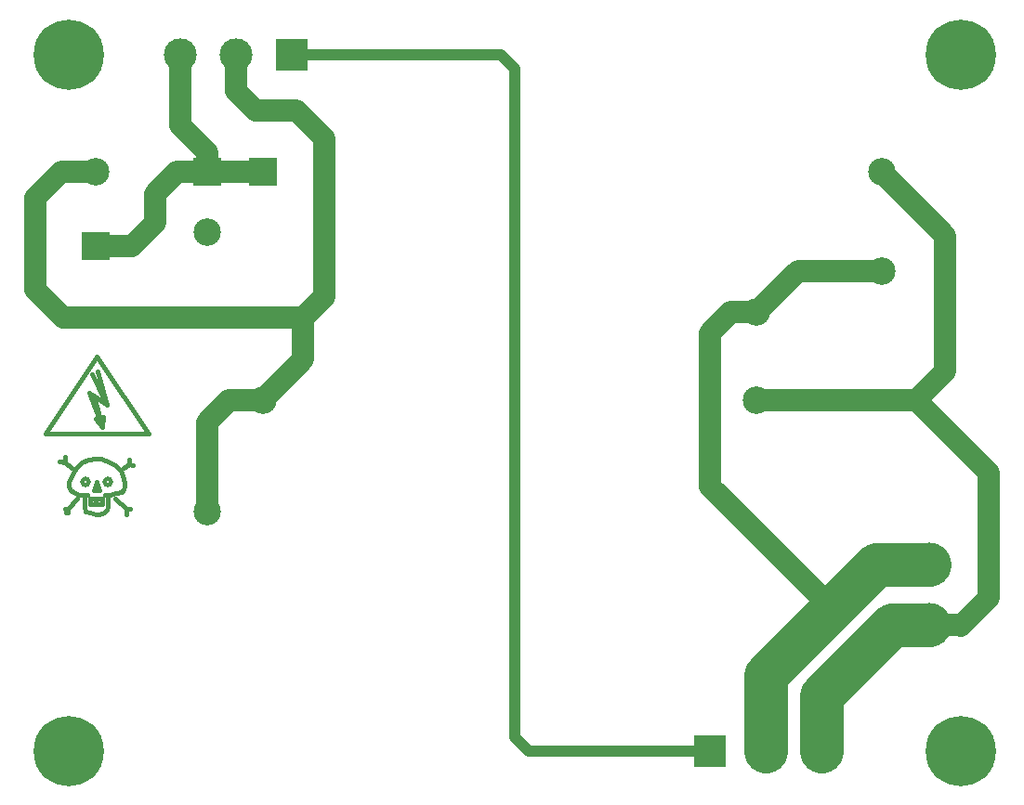
<source format=gbr>
G04 #@! TF.GenerationSoftware,KiCad,Pcbnew,(5.1.9)-1*
G04 #@! TF.CreationDate,2021-03-27T10:15:32+01:00*
G04 #@! TF.ProjectId,IoT12 Power Supply,496f5431-3220-4506-9f77-657220537570,rev?*
G04 #@! TF.SameCoordinates,Original*
G04 #@! TF.FileFunction,Copper,L2,Bot*
G04 #@! TF.FilePolarity,Positive*
%FSLAX46Y46*%
G04 Gerber Fmt 4.6, Leading zero omitted, Abs format (unit mm)*
G04 Created by KiCad (PCBNEW (5.1.9)-1) date 2021-03-27 10:15:32*
%MOMM*%
%LPD*%
G01*
G04 APERTURE LIST*
G04 #@! TA.AperFunction,EtchedComponent*
%ADD10C,0.381000*%
G04 #@! TD*
G04 #@! TA.AperFunction,ComponentPad*
%ADD11C,2.500000*%
G04 #@! TD*
G04 #@! TA.AperFunction,ComponentPad*
%ADD12R,2.500000X2.500000*%
G04 #@! TD*
G04 #@! TA.AperFunction,ComponentPad*
%ADD13C,4.000000*%
G04 #@! TD*
G04 #@! TA.AperFunction,ComponentPad*
%ADD14C,0.800000*%
G04 #@! TD*
G04 #@! TA.AperFunction,ComponentPad*
%ADD15C,6.400000*%
G04 #@! TD*
G04 #@! TA.AperFunction,ComponentPad*
%ADD16C,3.000000*%
G04 #@! TD*
G04 #@! TA.AperFunction,ComponentPad*
%ADD17R,3.000000X3.000000*%
G04 #@! TD*
G04 #@! TA.AperFunction,Conductor*
%ADD18C,1.000000*%
G04 #@! TD*
G04 #@! TA.AperFunction,Conductor*
%ADD19C,2.000000*%
G04 #@! TD*
G04 #@! TA.AperFunction,Conductor*
%ADD20C,4.000000*%
G04 #@! TD*
G04 APERTURE END LIST*
D10*
X111633000Y-99822000D02*
X111633000Y-100203000D01*
X111633000Y-100203000D02*
X111506000Y-100203000D01*
X112522000Y-98933000D02*
X111633000Y-99822000D01*
X111633000Y-99822000D02*
X111379000Y-99822000D01*
X117221000Y-95758000D02*
X117602000Y-95885000D01*
X117221000Y-95758000D02*
X117221000Y-95377000D01*
X116713000Y-96139000D02*
X117221000Y-95758000D01*
X116967000Y-99822000D02*
X116967000Y-100330000D01*
X116967000Y-99822000D02*
X117348000Y-99822000D01*
X115951000Y-98933000D02*
X116967000Y-99822000D01*
X111379000Y-95631000D02*
X110871000Y-95504000D01*
X111379000Y-95631000D02*
X111379000Y-95123000D01*
X112014000Y-96139000D02*
X111379000Y-95631000D01*
X114173000Y-99060000D02*
X114173000Y-99314000D01*
X114808000Y-98933000D02*
X113665000Y-98933000D01*
X113665000Y-98933000D02*
X113665000Y-99441000D01*
X113665000Y-99441000D02*
X114808000Y-99441000D01*
X114808000Y-99441000D02*
X114808000Y-98933000D01*
X115599981Y-97409000D02*
G75*
G03*
X115599981Y-97409000I-283981J0D01*
G01*
X113567981Y-97409000D02*
G75*
G03*
X113567981Y-97409000I-283981J0D01*
G01*
X114300000Y-97409000D02*
X114046000Y-98171000D01*
X114046000Y-98171000D02*
X114554000Y-98171000D01*
X114554000Y-98171000D02*
X114300000Y-97409000D01*
X115316000Y-99695000D02*
X115189000Y-99949000D01*
X115189000Y-99949000D02*
X114935000Y-100203000D01*
X114935000Y-100203000D02*
X114554000Y-100330000D01*
X113157000Y-98552000D02*
X113157000Y-99314000D01*
X113157000Y-99314000D02*
X113157000Y-99695000D01*
X113157000Y-99695000D02*
X113284000Y-100076000D01*
X113284000Y-100076000D02*
X113665000Y-100203000D01*
X113665000Y-100203000D02*
X114173000Y-100330000D01*
X114173000Y-100330000D02*
X114554000Y-100330000D01*
X115316000Y-99695000D02*
X115316000Y-99314000D01*
X115316000Y-99314000D02*
X115316000Y-98552000D01*
X116840000Y-97790000D02*
X116713000Y-98044000D01*
X116713000Y-98044000D02*
X116586000Y-98298000D01*
X116586000Y-98298000D02*
X116078000Y-98425000D01*
X116078000Y-98425000D02*
X115443000Y-98552000D01*
X115443000Y-98552000D02*
X115062000Y-98552000D01*
X116840000Y-97790000D02*
X116840000Y-97536000D01*
X116840000Y-97536000D02*
X116713000Y-97028000D01*
X116713000Y-97028000D02*
X116459000Y-96393000D01*
X116459000Y-96393000D02*
X115951000Y-95885000D01*
X115951000Y-95885000D02*
X115316000Y-95504000D01*
X115316000Y-95504000D02*
X114681000Y-95250000D01*
X114681000Y-95250000D02*
X114173000Y-95250000D01*
X114173000Y-95250000D02*
X113538000Y-95377000D01*
X113538000Y-95377000D02*
X112903000Y-95631000D01*
X112903000Y-95631000D02*
X112395000Y-96139000D01*
X112395000Y-96139000D02*
X112141000Y-96520000D01*
X112141000Y-96520000D02*
X111887000Y-97028000D01*
X111887000Y-97028000D02*
X111760000Y-97409000D01*
X111760000Y-97409000D02*
X111760000Y-97790000D01*
X111760000Y-97790000D02*
X111887000Y-98171000D01*
X111887000Y-98171000D02*
X112141000Y-98298000D01*
X112141000Y-98298000D02*
X112649000Y-98552000D01*
X112649000Y-98552000D02*
X113030000Y-98552000D01*
X113030000Y-98552000D02*
X113411000Y-98552000D01*
X118999000Y-92964000D02*
X114300000Y-85979000D01*
X109601000Y-92964000D02*
X118999000Y-92964000D01*
X114300000Y-85979000D02*
X109601000Y-92964000D01*
X114797840Y-92369640D02*
X114899440Y-91470480D01*
X114000280Y-89570560D02*
X114797840Y-92369640D01*
X115199160Y-90370660D02*
X114000280Y-89570560D01*
X114399060Y-87370920D02*
X115199160Y-90370660D01*
X114797840Y-92369640D02*
X114198400Y-91671140D01*
X115199160Y-90370660D02*
X113898680Y-87569040D01*
X113598960Y-89270840D02*
X114198400Y-89669620D01*
X114797840Y-92369640D02*
X113598960Y-89270840D01*
D11*
X124333000Y-74651500D03*
X185833000Y-78151500D03*
D12*
X124333000Y-69151500D03*
D11*
X185833000Y-69151500D03*
X124333000Y-100151500D03*
D12*
X129413000Y-69151500D03*
D11*
X174413000Y-81951500D03*
X129413000Y-89951500D03*
X174413000Y-89951500D03*
D13*
X190198400Y-104914200D03*
D11*
X114198400Y-69164200D03*
D13*
X190198400Y-110414200D03*
D12*
X114198400Y-75914200D03*
D14*
X113457056Y-120222944D03*
X111760000Y-119520000D03*
X110062944Y-120222944D03*
X109360000Y-121920000D03*
X110062944Y-123617056D03*
X111760000Y-124320000D03*
X113457056Y-123617056D03*
X114160000Y-121920000D03*
D15*
X111760000Y-121920000D03*
D14*
X113457056Y-56722944D03*
X111760000Y-56020000D03*
X110062944Y-56722944D03*
X109360000Y-58420000D03*
X110062944Y-60117056D03*
X111760000Y-60820000D03*
X113457056Y-60117056D03*
X114160000Y-58420000D03*
D15*
X111760000Y-58420000D03*
D14*
X194737056Y-120222944D03*
X193040000Y-119520000D03*
X191342944Y-120222944D03*
X190640000Y-121920000D03*
X191342944Y-123617056D03*
X193040000Y-124320000D03*
X194737056Y-123617056D03*
X195440000Y-121920000D03*
D15*
X193040000Y-121920000D03*
D14*
X194737056Y-56722944D03*
X193040000Y-56020000D03*
X191342944Y-56722944D03*
X190640000Y-58420000D03*
X191342944Y-60117056D03*
X193040000Y-60820000D03*
X194737056Y-60117056D03*
X195440000Y-58420000D03*
D15*
X193040000Y-58420000D03*
D16*
X180340000Y-121920000D03*
X175260000Y-121920000D03*
D17*
X170180000Y-121920000D03*
D16*
X121920000Y-58420000D03*
X127000000Y-58420000D03*
D17*
X132080000Y-58420000D03*
D18*
X151130000Y-58420000D02*
X132080000Y-58420000D01*
X152400000Y-59690000D02*
X151130000Y-58420000D01*
X152400000Y-120650000D02*
X152400000Y-59690000D01*
X153670000Y-121920000D02*
X152400000Y-120650000D01*
X170180000Y-121920000D02*
X153670000Y-121920000D01*
D19*
X133096000Y-86268500D02*
X129413000Y-89951500D01*
X126329500Y-89951500D02*
X129413000Y-89951500D01*
X124333000Y-91948000D02*
X126329500Y-89951500D01*
X124333000Y-100151500D02*
X124333000Y-91948000D01*
X133096000Y-82423000D02*
X133096000Y-86268500D01*
X111252000Y-82423000D02*
X133096000Y-82423000D01*
X108712000Y-79883000D02*
X111252000Y-82423000D01*
X108712000Y-71501000D02*
X108712000Y-79883000D01*
X111048800Y-69164200D02*
X108712000Y-71501000D01*
X114198400Y-69164200D02*
X111048800Y-69164200D01*
X127000000Y-60452000D02*
X127000000Y-58420000D01*
X127000000Y-61722000D02*
X127000000Y-60452000D01*
X132461000Y-63500000D02*
X128778000Y-63500000D01*
X135001000Y-66040000D02*
X132461000Y-63500000D01*
X135001000Y-80518000D02*
X135001000Y-66040000D01*
X128778000Y-63500000D02*
X127000000Y-61722000D01*
X133096000Y-82423000D02*
X135001000Y-80518000D01*
X129413000Y-69151500D02*
X124333000Y-69151500D01*
X121602500Y-69151500D02*
X124333000Y-69151500D01*
X119634000Y-71120000D02*
X121602500Y-69151500D01*
X119634000Y-73787000D02*
X119634000Y-71120000D01*
X117506800Y-75914200D02*
X119634000Y-73787000D01*
X114198400Y-75914200D02*
X117506800Y-75914200D01*
X124333000Y-67310000D02*
X124333000Y-69151500D01*
X121920000Y-64897000D02*
X124333000Y-67310000D01*
X121920000Y-58420000D02*
X121920000Y-64897000D01*
D20*
X190198400Y-104914200D02*
X185361298Y-104914200D01*
X175260000Y-115015498D02*
X175260000Y-121920000D01*
D19*
X178213000Y-78151500D02*
X174413000Y-81951500D01*
X185833000Y-78151500D02*
X178213000Y-78151500D01*
X174413000Y-81951500D02*
X172048500Y-81951500D01*
X172048500Y-81951500D02*
X170180000Y-83820000D01*
X170180000Y-83820000D02*
X170180000Y-97790000D01*
X170180000Y-97790000D02*
X181332749Y-108942749D01*
D20*
X181332749Y-108942749D02*
X175260000Y-115015498D01*
X185361298Y-104914200D02*
X181332749Y-108942749D01*
X180340000Y-121920000D02*
X180340000Y-116840000D01*
X186765800Y-110414200D02*
X190198400Y-110414200D01*
X180340000Y-116840000D02*
X186765800Y-110414200D01*
D19*
X174413000Y-89951500D02*
X189011500Y-89951500D01*
X189011500Y-89951500D02*
X195580000Y-96520000D01*
X195580000Y-96520000D02*
X195580000Y-107950000D01*
X195580000Y-107950000D02*
X193040000Y-110490000D01*
X192964200Y-110414200D02*
X190198400Y-110414200D01*
X193040000Y-110490000D02*
X192964200Y-110414200D01*
X191611500Y-87351500D02*
X189011500Y-89951500D01*
X191611500Y-74930000D02*
X191611500Y-87351500D01*
X185833000Y-69151500D02*
X191611500Y-74930000D01*
M02*

</source>
